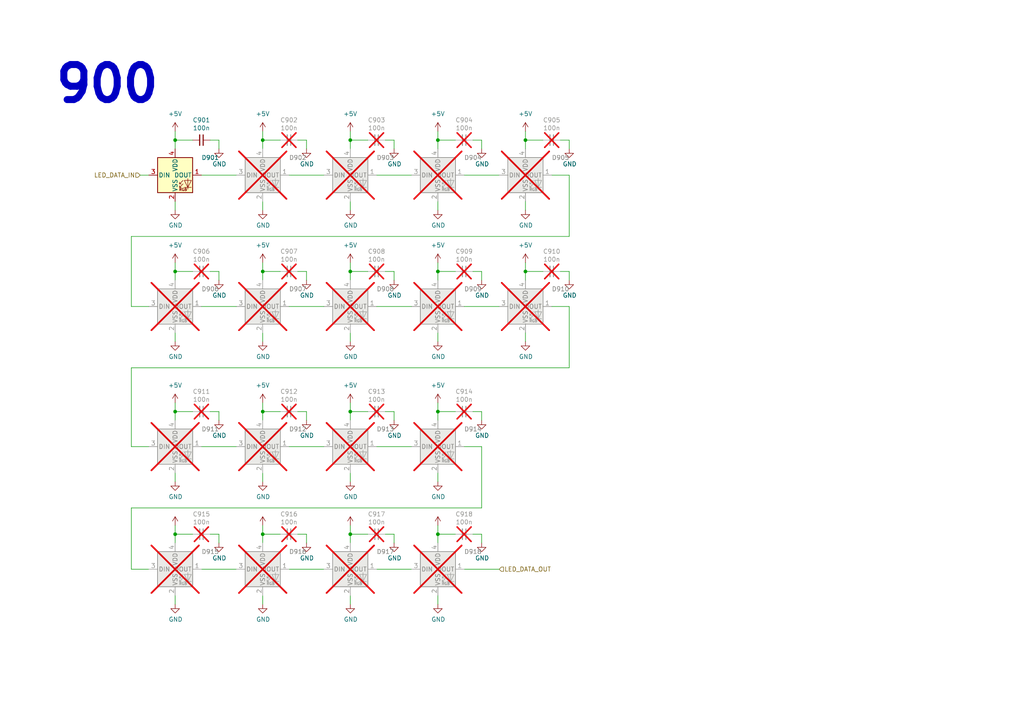
<source format=kicad_sch>
(kicad_sch (version 20250114) (generator "eeschema") (generator_version "9.0")
  (paper "A4")
  (lib_symbols
    (symbol "+5V_1" (power) (pin_names (offset 0))
      (property "Value" "+5V" (at 0 3.556 0))
      (symbol "+5V_1_1_1"
        (pin power_in line (at 0 0 90) (length 0) (hide yes) (name "+5V") (number "1"))
      )
    )
    (symbol "+5V_10" (power) (pin_names (offset 0))
      (property "Value" "+5V" (at 0 3.556 0))
      (symbol "+5V_10_1_1"
        (pin power_in line (at 0 0 90) (length 0) (hide yes) (name "+5V") (number "1"))
      )
    )
    (symbol "+5V_11" (power) (pin_names (offset 0))
      (property "Value" "+5V" (at 0 3.556 0))
      (symbol "+5V_11_1_1"
        (pin power_in line (at 0 0 90) (length 0) (hide yes) (name "+5V") (number "1"))
      )
    )
    (symbol "+5V_12" (power) (pin_names (offset 0))
      (property "Value" "+5V" (at 0 3.556 0))
      (symbol "+5V_12_1_1"
        (pin power_in line (at 0 0 90) (length 0) (hide yes) (name "+5V") (number "1"))
      )
    )
    (symbol "+5V_13" (power) (pin_names (offset 0))
      (property "Value" "+5V" (at 0 3.556 0))
      (symbol "+5V_13_1_1"
        (pin power_in line (at 0 0 90) (length 0) (hide yes) (name "+5V") (number "1"))
      )
    )
    (symbol "+5V_14" (power) (pin_names (offset 0))
      (property "Value" "+5V" (at 0 3.556 0))
      (symbol "+5V_14_1_1"
        (pin power_in line (at 0 0 90) (length 0) (hide yes) (name "+5V") (number "1"))
      )
    )
    (symbol "+5V_15" (power) (pin_names (offset 0))
      (property "Value" "+5V" (at 0 3.556 0))
      (symbol "+5V_15_1_1"
        (pin power_in line (at 0 0 90) (length 0) (hide yes) (name "+5V") (number "1"))
      )
    )
    (symbol "+5V_16" (power) (pin_names (offset 0))
      (property "Value" "+5V" (at 0 3.556 0))
      (symbol "+5V_16_1_1"
        (pin power_in line (at 0 0 90) (length 0) (hide yes) (name "+5V") (number "1"))
      )
    )
    (symbol "+5V_17" (power) (pin_names (offset 0))
      (property "Value" "+5V" (at 0 3.556 0))
      (symbol "+5V_17_1_1"
        (pin power_in line (at 0 0 90) (length 0) (hide yes) (name "+5V") (number "1"))
      )
    )
    (symbol "+5V_2" (power) (pin_names (offset 0))
      (property "Value" "+5V" (at 0 3.556 0))
      (symbol "+5V_2_1_1"
        (pin power_in line (at 0 0 90) (length 0) (hide yes) (name "+5V") (number "1"))
      )
    )
    (symbol "+5V_3" (power) (pin_names (offset 0))
      (property "Value" "+5V" (at 0 3.556 0))
      (symbol "+5V_3_1_1"
        (pin power_in line (at 0 0 90) (length 0) (hide yes) (name "+5V") (number "1"))
      )
    )
    (symbol "+5V_4" (power) (pin_names (offset 0))
      (property "Value" "+5V" (at 0 3.556 0))
      (symbol "+5V_4_1_1"
        (pin power_in line (at 0 0 90) (length 0) (hide yes) (name "+5V") (number "1"))
      )
    )
    (symbol "+5V_5" (power) (pin_names (offset 0))
      (property "Value" "+5V" (at 0 3.556 0))
      (symbol "+5V_5_1_1"
        (pin power_in line (at 0 0 90) (length 0) (hide yes) (name "+5V") (number "1"))
      )
    )
    (symbol "+5V_6" (power) (pin_names (offset 0))
      (property "Value" "+5V" (at 0 3.556 0))
      (symbol "+5V_6_1_1"
        (pin power_in line (at 0 0 90) (length 0) (hide yes) (name "+5V") (number "1"))
      )
    )
    (symbol "+5V_7" (power) (pin_names (offset 0))
      (property "Value" "+5V" (at 0 3.556 0))
      (symbol "+5V_7_1_1"
        (pin power_in line (at 0 0 90) (length 0) (hide yes) (name "+5V") (number "1"))
      )
    )
    (symbol "+5V_8" (power) (pin_names (offset 0))
      (property "Value" "+5V" (at 0 3.556 0))
      (symbol "+5V_8_1_1"
        (pin power_in line (at 0 0 90) (length 0) (hide yes) (name "+5V") (number "1"))
      )
    )
    (symbol "+5V_9" (power) (pin_names (offset 0))
      (property "Value" "+5V" (at 0 3.556 0))
      (symbol "+5V_9_1_1"
        (pin power_in line (at 0 0 90) (length 0) (hide yes) (name "+5V") (number "1"))
      )
    )
    (symbol "CAP_1" (pin_numbers (hide yes)) (pin_names (offset 0.254) (hide yes))
      (property "Reference" "C" (at 0.254 1.778 0))
      (symbol "CAP_1_1_1"
        (pin passive line (at 0 2.54 270) (length 2.032) (name "~") (number "1"))
        (pin passive line (at 0 -2.54 90) (length 2.032) (name "~") (number "2"))
      )
    )
    (symbol "CAP_10" (pin_numbers (hide yes)) (pin_names (offset 0.254) (hide yes))
      (property "Reference" "C" (at 0.254 1.778 0))
      (symbol "CAP_10_1_1"
        (pin passive line (at 0 2.54 270) (length 2.032) (name "~") (number "1"))
        (pin passive line (at 0 -2.54 90) (length 2.032) (name "~") (number "2"))
      )
    )
    (symbol "CAP_11" (pin_numbers (hide yes)) (pin_names (offset 0.254) (hide yes))
      (property "Reference" "C" (at 0.254 1.778 0))
      (symbol "CAP_11_1_1"
        (pin passive line (at 0 2.54 270) (length 2.032) (name "~") (number "1"))
        (pin passive line (at 0 -2.54 90) (length 2.032) (name "~") (number "2"))
      )
    )
    (symbol "CAP_12" (pin_numbers (hide yes)) (pin_names (offset 0.254) (hide yes))
      (property "Reference" "C" (at 0.254 1.778 0))
      (symbol "CAP_12_1_1"
        (pin passive line (at 0 2.54 270) (length 2.032) (name "~") (number "1"))
        (pin passive line (at 0 -2.54 90) (length 2.032) (name "~") (number "2"))
      )
    )
    (symbol "CAP_13" (pin_numbers (hide yes)) (pin_names (offset 0.254) (hide yes))
      (property "Reference" "C" (at 0.254 1.778 0))
      (symbol "CAP_13_1_1"
        (pin passive line (at 0 2.54 270) (length 2.032) (name "~") (number "1"))
        (pin passive line (at 0 -2.54 90) (length 2.032) (name "~") (number "2"))
      )
    )
    (symbol "CAP_14" (pin_numbers (hide yes)) (pin_names (offset 0.254) (hide yes))
      (property "Reference" "C" (at 0.254 1.778 0))
      (symbol "CAP_14_1_1"
        (pin passive line (at 0 2.54 270) (length 2.032) (name "~") (number "1"))
        (pin passive line (at 0 -2.54 90) (length 2.032) (name "~") (number "2"))
      )
    )
    (symbol "CAP_15" (pin_numbers (hide yes)) (pin_names (offset 0.254) (hide yes))
      (property "Reference" "C" (at 0.254 1.778 0))
      (symbol "CAP_15_1_1"
        (pin passive line (at 0 2.54 270) (length 2.032) (name "~") (number "1"))
        (pin passive line (at 0 -2.54 90) (length 2.032) (name "~") (number "2"))
      )
    )
    (symbol "CAP_16" (pin_numbers (hide yes)) (pin_names (offset 0.254) (hide yes))
      (property "Reference" "C" (at 0.254 1.778 0))
      (symbol "CAP_16_1_1"
        (pin passive line (at 0 2.54 270) (length 2.032) (name "~") (number "1"))
        (pin passive line (at 0 -2.54 90) (length 2.032) (name "~") (number "2"))
      )
    )
    (symbol "CAP_17" (pin_numbers (hide yes)) (pin_names (offset 0.254) (hide yes))
      (property "Reference" "C" (at 0.254 1.778 0))
      (symbol "CAP_17_1_1"
        (pin passive line (at 0 2.54 270) (length 2.032) (name "~") (number "1"))
        (pin passive line (at 0 -2.54 90) (length 2.032) (name "~") (number "2"))
      )
    )
    (symbol "CAP_2" (pin_numbers (hide yes)) (pin_names (offset 0.254) (hide yes))
      (property "Reference" "C" (at 0.254 1.778 0))
      (symbol "CAP_2_1_1"
        (pin passive line (at 0 2.54 270) (length 2.032) (name "~") (number "1"))
        (pin passive line (at 0 -2.54 90) (length 2.032) (name "~") (number "2"))
      )
    )
    (symbol "CAP_3" (pin_numbers (hide yes)) (pin_names (offset 0.254) (hide yes))
      (property "Reference" "C" (at 0.254 1.778 0))
      (symbol "CAP_3_1_1"
        (pin passive line (at 0 2.54 270) (length 2.032) (name "~") (number "1"))
        (pin passive line (at 0 -2.54 90) (length 2.032) (name "~") (number "2"))
      )
    )
    (symbol "CAP_4" (pin_numbers (hide yes)) (pin_names (offset 0.254) (hide yes))
      (property "Reference" "C" (at 0.254 1.778 0))
      (symbol "CAP_4_1_1"
        (pin passive line (at 0 2.54 270) (length 2.032) (name "~") (number "1"))
        (pin passive line (at 0 -2.54 90) (length 2.032) (name "~") (number "2"))
      )
    )
    (symbol "CAP_5" (pin_numbers (hide yes)) (pin_names (offset 0.254) (hide yes))
      (property "Reference" "C" (at 0.254 1.778 0))
      (symbol "CAP_5_1_1"
        (pin passive line (at 0 2.54 270) (length 2.032) (name "~") (number "1"))
        (pin passive line (at 0 -2.54 90) (length 2.032) (name "~") (number "2"))
      )
    )
    (symbol "CAP_6" (pin_numbers (hide yes)) (pin_names (offset 0.254) (hide yes))
      (property "Reference" "C" (at 0.254 1.778 0))
      (symbol "CAP_6_1_1"
        (pin passive line (at 0 2.54 270) (length 2.032) (name "~") (number "1"))
        (pin passive line (at 0 -2.54 90) (length 2.032) (name "~") (number "2"))
      )
    )
    (symbol "CAP_7" (pin_numbers (hide yes)) (pin_names (offset 0.254) (hide yes))
      (property "Reference" "C" (at 0.254 1.778 0))
      (symbol "CAP_7_1_1"
        (pin passive line (at 0 2.54 270) (length 2.032) (name "~") (number "1"))
        (pin passive line (at 0 -2.54 90) (length 2.032) (name "~") (number "2"))
      )
    )
    (symbol "CAP_8" (pin_numbers (hide yes)) (pin_names (offset 0.254) (hide yes))
      (property "Reference" "C" (at 0.254 1.778 0))
      (symbol "CAP_8_1_1"
        (pin passive line (at 0 2.54 270) (length 2.032) (name "~") (number "1"))
        (pin passive line (at 0 -2.54 90) (length 2.032) (name "~") (number "2"))
      )
    )
    (symbol "CAP_9" (pin_numbers (hide yes)) (pin_names (offset 0.254) (hide yes))
      (property "Reference" "C" (at 0.254 1.778 0))
      (symbol "CAP_9_1_1"
        (pin passive line (at 0 2.54 270) (length 2.032) (name "~") (number "1"))
        (pin passive line (at 0 -2.54 90) (length 2.032) (name "~") (number "2"))
      )
    )
    (symbol "GND_1" (power) (pin_names (offset 0))
      (property "Value" "GND" (at 0 -3.81 0))
      (symbol "GND_1_1_1"
        (pin power_in line (at 0 0 270) (length 0) (hide yes) (name "GND") (number "1"))
      )
    )
    (symbol "GND_10" (power) (pin_names (offset 0))
      (property "Value" "GND" (at 0 -3.81 0))
      (symbol "GND_10_1_1"
        (pin power_in line (at 0 0 270) (length 0) (hide yes) (name "GND") (number "1"))
      )
    )
    (symbol "GND_11" (power) (pin_names (offset 0))
      (property "Value" "GND" (at 0 -3.81 0))
      (symbol "GND_11_1_1"
        (pin power_in line (at 0 0 270) (length 0) (hide yes) (name "GND") (number "1"))
      )
    )
    (symbol "GND_12" (power) (pin_names (offset 0))
      (property "Value" "GND" (at 0 -3.81 0))
      (symbol "GND_12_1_1"
        (pin power_in line (at 0 0 270) (length 0) (hide yes) (name "GND") (number "1"))
      )
    )
    (symbol "GND_13" (power) (pin_names (offset 0))
      (property "Value" "GND" (at 0 -3.81 0))
      (symbol "GND_13_1_1"
        (pin power_in line (at 0 0 270) (length 0) (hide yes) (name "GND") (number "1"))
      )
    )
    (symbol "GND_14" (power) (pin_names (offset 0))
      (property "Value" "GND" (at 0 -3.81 0))
      (symbol "GND_14_1_1"
        (pin power_in line (at 0 0 270) (length 0) (hide yes) (name "GND") (number "1"))
      )
    )
    (symbol "GND_15" (power) (pin_names (offset 0))
      (property "Value" "GND" (at 0 -3.81 0))
      (symbol "GND_15_1_1"
        (pin power_in line (at 0 0 270) (length 0) (hide yes) (name "GND") (number "1"))
      )
    )
    (symbol "GND_16" (power) (pin_names (offset 0))
      (property "Value" "GND" (at 0 -3.81 0))
      (symbol "GND_16_1_1"
        (pin power_in line (at 0 0 270) (length 0) (hide yes) (name "GND") (number "1"))
      )
    )
    (symbol "GND_17" (power) (pin_names (offset 0))
      (property "Value" "GND" (at 0 -3.81 0))
      (symbol "GND_17_1_1"
        (pin power_in line (at 0 0 270) (length 0) (hide yes) (name "GND") (number "1"))
      )
    )
    (symbol "GND_18" (power) (pin_names (offset 0))
      (property "Value" "GND" (at 0 -3.81 0))
      (symbol "GND_18_1_1"
        (pin power_in line (at 0 0 270) (length 0) (hide yes) (name "GND") (number "1"))
      )
    )
    (symbol "GND_19" (power) (pin_names (offset 0))
      (property "Value" "GND" (at 0 -3.81 0))
      (symbol "GND_19_1_1"
        (pin power_in line (at 0 0 270) (length 0) (hide yes) (name "GND") (number "1"))
      )
    )
    (symbol "GND_2" (power) (pin_names (offset 0))
      (property "Value" "GND" (at 0 -3.81 0))
      (symbol "GND_2_1_1"
        (pin power_in line (at 0 0 270) (length 0) (hide yes) (name "GND") (number "1"))
      )
    )
    (symbol "GND_20" (power) (pin_names (offset 0))
      (property "Value" "GND" (at 0 -3.81 0))
      (symbol "GND_20_1_1"
        (pin power_in line (at 0 0 270) (length 0) (hide yes) (name "GND") (number "1"))
      )
    )
    (symbol "GND_21" (power) (pin_names (offset 0))
      (property "Value" "GND" (at 0 -3.81 0))
      (symbol "GND_21_1_1"
        (pin power_in line (at 0 0 270) (length 0) (hide yes) (name "GND") (number "1"))
      )
    )
    (symbol "GND_22" (power) (pin_names (offset 0))
      (property "Value" "GND" (at 0 -3.81 0))
      (symbol "GND_22_1_1"
        (pin power_in line (at 0 0 270) (length 0) (hide yes) (name "GND") (number "1"))
      )
    )
    (symbol "GND_23" (power) (pin_names (offset 0))
      (property "Value" "GND" (at 0 -3.81 0))
      (symbol "GND_23_1_1"
        (pin power_in line (at 0 0 270) (length 0) (hide yes) (name "GND") (number "1"))
      )
    )
    (symbol "GND_24" (power) (pin_names (offset 0))
      (property "Value" "GND" (at 0 -3.81 0))
      (symbol "GND_24_1_1"
        (pin power_in line (at 0 0 270) (length 0) (hide yes) (name "GND") (number "1"))
      )
    )
    (symbol "GND_25" (power) (pin_names (offset 0))
      (property "Value" "GND" (at 0 -3.81 0))
      (symbol "GND_25_1_1"
        (pin power_in line (at 0 0 270) (length 0) (hide yes) (name "GND") (number "1"))
      )
    )
    (symbol "GND_26" (power) (pin_names (offset 0))
      (property "Value" "GND" (at 0 -3.81 0))
      (symbol "GND_26_1_1"
        (pin power_in line (at 0 0 270) (length 0) (hide yes) (name "GND") (number "1"))
      )
    )
    (symbol "GND_27" (power) (pin_names (offset 0))
      (property "Value" "GND" (at 0 -3.81 0))
      (symbol "GND_27_1_1"
        (pin power_in line (at 0 0 270) (length 0) (hide yes) (name "GND") (number "1"))
      )
    )
    (symbol "GND_28" (power) (pin_names (offset 0))
      (property "Value" "GND" (at 0 -3.81 0))
      (symbol "GND_28_1_1"
        (pin power_in line (at 0 0 270) (length 0) (hide yes) (name "GND") (number "1"))
      )
    )
    (symbol "GND_29" (power) (pin_names (offset 0))
      (property "Value" "GND" (at 0 -3.81 0))
      (symbol "GND_29_1_1"
        (pin power_in line (at 0 0 270) (length 0) (hide yes) (name "GND") (number "1"))
      )
    )
    (symbol "GND_3" (power) (pin_names (offset 0))
      (property "Value" "GND" (at 0 -3.81 0))
      (symbol "GND_3_1_1"
        (pin power_in line (at 0 0 270) (length 0) (hide yes) (name "GND") (number "1"))
      )
    )
    (symbol "GND_30" (power) (pin_names (offset 0))
      (property "Value" "GND" (at 0 -3.81 0))
      (symbol "GND_30_1_1"
        (pin power_in line (at 0 0 270) (length 0) (hide yes) (name "GND") (number "1"))
      )
    )
    (symbol "GND_31" (power) (pin_names (offset 0))
      (property "Value" "GND" (at 0 -3.81 0))
      (symbol "GND_31_1_1"
        (pin power_in line (at 0 0 270) (length 0) (hide yes) (name "GND") (number "1"))
      )
    )
    (symbol "GND_32" (power) (pin_names (offset 0))
      (property "Value" "GND" (at 0 -3.81 0))
      (symbol "GND_32_1_1"
        (pin power_in line (at 0 0 270) (length 0) (hide yes) (name "GND") (number "1"))
      )
    )
    (symbol "GND_33" (power) (pin_names (offset 0))
      (property "Value" "GND" (at 0 -3.81 0))
      (symbol "GND_33_1_1"
        (pin power_in line (at 0 0 270) (length 0) (hide yes) (name "GND") (number "1"))
      )
    )
    (symbol "GND_34" (power) (pin_names (offset 0))
      (property "Value" "GND" (at 0 -3.81 0))
      (symbol "GND_34_1_1"
        (pin power_in line (at 0 0 270) (length 0) (hide yes) (name "GND") (number "1"))
      )
    )
    (symbol "GND_35" (power) (pin_names (offset 0))
      (property "Value" "GND" (at 0 -3.81 0))
      (symbol "GND_35_1_1"
        (pin power_in line (at 0 0 270) (length 0) (hide yes) (name "GND") (number "1"))
      )
    )
    (symbol "GND_4" (power) (pin_names (offset 0))
      (property "Value" "GND" (at 0 -3.81 0))
      (symbol "GND_4_1_1"
        (pin power_in line (at 0 0 270) (length 0) (hide yes) (name "GND") (number "1"))
      )
    )
    (symbol "GND_5" (power) (pin_names (offset 0))
      (property "Value" "GND" (at 0 -3.81 0))
      (symbol "GND_5_1_1"
        (pin power_in line (at 0 0 270) (length 0) (hide yes) (name "GND") (number "1"))
      )
    )
    (symbol "GND_6" (power) (pin_names (offset 0))
      (property "Value" "GND" (at 0 -3.81 0))
      (symbol "GND_6_1_1"
        (pin power_in line (at 0 0 270) (length 0) (hide yes) (name "GND") (number "1"))
      )
    )
    (symbol "GND_7" (power) (pin_names (offset 0))
      (property "Value" "GND" (at 0 -3.81 0))
      (symbol "GND_7_1_1"
        (pin power_in line (at 0 0 270) (length 0) (hide yes) (name "GND") (number "1"))
      )
    )
    (symbol "GND_8" (power) (pin_names (offset 0))
      (property "Value" "GND" (at 0 -3.81 0))
      (symbol "GND_8_1_1"
        (pin power_in line (at 0 0 270) (length 0) (hide yes) (name "GND") (number "1"))
      )
    )
    (symbol "GND_9" (power) (pin_names (offset 0))
      (property "Value" "GND" (at 0 -3.81 0))
      (symbol "GND_9_1_1"
        (pin power_in line (at 0 0 270) (length 0) (hide yes) (name "GND") (number "1"))
      )
    )
    (symbol "power:+5V" (power) (pin_names (offset 0))
      (property "Value" "+5V" (at 0 3.556 0))
      (symbol "+5V_1_1"
        (pin power_in line (at 0 0 90) (length 0) (hide yes) (name "+5V") (number "1"))
      )
    )
    (symbol "power:GND" (power) (pin_names (offset 0))
      (property "Value" "GND" (at 0 -3.81 0))
      (symbol "GND_1_1"
        (pin power_in line (at 0 0 270) (length 0) (hide yes) (name "GND") (number "1"))
      )
    )
    (symbol "suku_basics:CAP" (pin_numbers (hide yes)) (pin_names (offset 0.254) (hide yes))
      (property "Reference" "C" (at 0.254 1.778 0))
      (symbol "CAP_1_1"
        (pin passive line (at 0 2.54 270) (length 2.032) (name "~") (number "1"))
        (pin passive line (at 0 -2.54 90) (length 2.032) (name "~") (number "2"))
      )
    )
    (symbol "suku_basics:UI_WS2812C-2020" (pin_names (offset 0.254))
      (property "Reference" "D" (at 5.08 5.715 0))
      (property "Value" "UI_WS2812C-2020" (at 1.27 -5.715 0))
      (symbol "UI_WS2812C-2020_0_0"
        (text "RGB" (at 2.286 -4.191 0) (effects (font (size 0.762 0.762))))
      )
      (symbol "UI_WS2812C-2020_1_1"
        (pin input line (at -7.62 0 0) (length 2.54) (name "DIN") (number "3"))
        (pin power_in line (at 0 7.62 270) (length 2.54) (name "VDD") (number "4"))
        (pin power_in line (at 0 -7.62 90) (length 2.54) (name "VSS") (number "2"))
        (pin output line (at 7.62 0 180) (length 2.54) (name "DOUT") (number "1"))
      )
    )
  )
  (text "900" (at 15.24 30.48 0) (effects (font (size 10.16 10.16) (thickness 2.032) (bold yes)) (justify left bottom)))
  (junction (at 101.6 154.94))
  (junction (at 76.2 154.94))
  (junction (at 50.8 119.38))
  (junction (at 101.6 40.64))
  (junction (at 76.2 78.74))
  (junction (at 101.6 78.74))
  (junction (at 101.6 119.38))
  (junction (at 127 154.94))
  (junction (at 127 78.74))
  (junction (at 127 119.38))
  (junction (at 50.8 40.64))
  (junction (at 152.4 40.64))
  (junction (at 127 40.64))
  (junction (at 152.4 78.74))
  (junction (at 50.8 78.74))
  (junction (at 76.2 40.64))
  (junction (at 76.2 119.38))
  (junction (at 50.8 154.94))
  (wire (pts (xy 139.7 147.32) (xy 38.1 147.32)))
  (wire (pts (xy 88.9 40.64) (xy 86.36 40.64)))
  (wire (pts (xy 127 60.96) (xy 127 58.42)))
  (wire (pts (xy 127 81.28) (xy 127 78.74)))
  (wire (pts (xy 139.7 129.54) (xy 139.7 147.32)))
  (wire (pts (xy 114.3 78.74) (xy 111.76 78.74)))
  (wire (pts (xy 63.5 78.74) (xy 60.96 78.74)))
  (wire (pts (xy 63.5 81.28) (xy 63.5 78.74)))
  (wire (pts (xy 76.2 157.48) (xy 76.2 154.94)))
  (wire (pts (xy 38.1 129.54) (xy 43.18 129.54)))
  (wire (pts (xy 114.3 157.48) (xy 114.3 154.94)))
  (wire (pts (xy 127 121.92) (xy 127 119.38)))
  (wire (pts (xy 88.9 43.18) (xy 88.9 40.64)))
  (wire (pts (xy 88.9 154.94) (xy 86.36 154.94)))
  (wire (pts (xy 127 139.7) (xy 127 137.16)))
  (wire (pts (xy 165.1 81.28) (xy 165.1 78.74)))
  (wire (pts (xy 88.9 119.38) (xy 86.36 119.38)))
  (wire (pts (xy 38.1 68.58) (xy 38.1 88.9)))
  (wire (pts (xy 58.42 129.54) (xy 68.58 129.54)))
  (wire (pts (xy 81.28 154.94) (xy 76.2 154.94)))
  (wire (pts (xy 63.5 119.38) (xy 60.96 119.38)))
  (wire (pts (xy 38.1 165.1) (xy 43.18 165.1)))
  (wire (pts (xy 132.08 40.64) (xy 127 40.64)))
  (wire (pts (xy 38.1 106.68) (xy 38.1 129.54)))
  (wire (pts (xy 114.3 119.38) (xy 111.76 119.38)))
  (wire (pts (xy 165.1 40.64) (xy 162.56 40.64)))
  (wire (pts (xy 38.1 147.32) (xy 38.1 165.1)))
  (wire (pts (xy 114.3 154.94) (xy 111.76 154.94)))
  (wire (pts (xy 165.1 78.74) (xy 162.56 78.74)))
  (wire (pts (xy 127 78.74) (xy 127 76.2)))
  (wire (pts (xy 58.42 165.1) (xy 68.58 165.1)))
  (wire (pts (xy 50.8 40.64) (xy 50.8 38.1)))
  (wire (pts (xy 101.6 40.64) (xy 101.6 38.1)))
  (wire (pts (xy 101.6 175.26) (xy 101.6 172.72)))
  (wire (pts (xy 76.2 76.2) (xy 76.2 78.74)))
  (wire (pts (xy 88.9 121.92) (xy 88.9 119.38)))
  (wire (pts (xy 152.4 99.06) (xy 152.4 96.52)))
  (wire (pts (xy 109.22 129.54) (xy 119.38 129.54)))
  (wire (pts (xy 132.08 154.94) (xy 127 154.94)))
  (wire (pts (xy 50.8 81.28) (xy 50.8 78.74)))
  (wire (pts (xy 134.62 50.8) (xy 144.78 50.8)))
  (wire (pts (xy 83.82 165.1) (xy 93.98 165.1)))
  (wire (pts (xy 50.8 40.64) (xy 55.88 40.64)))
  (wire (pts (xy 101.6 139.7) (xy 101.6 137.16)))
  (wire (pts (xy 63.5 154.94) (xy 60.96 154.94)))
  (wire (pts (xy 50.8 157.48) (xy 50.8 154.94)))
  (wire (pts (xy 134.62 165.1) (xy 144.78 165.1)))
  (wire (pts (xy 127 43.18) (xy 127 40.64)))
  (wire (pts (xy 50.8 175.26) (xy 50.8 172.72)))
  (wire (pts (xy 76.2 121.92) (xy 76.2 119.38)))
  (wire (pts (xy 132.08 78.74) (xy 127 78.74)))
  (wire (pts (xy 38.1 88.9) (xy 43.18 88.9)))
  (wire (pts (xy 152.4 60.96) (xy 152.4 58.42)))
  (wire (pts (xy 88.9 157.48) (xy 88.9 154.94)))
  (wire (pts (xy 81.28 119.38) (xy 76.2 119.38)))
  (wire (pts (xy 76.2 99.06) (xy 76.2 96.52)))
  (wire (pts (xy 101.6 121.92) (xy 101.6 119.38)))
  (wire (pts (xy 101.6 99.06) (xy 101.6 96.52)))
  (wire (pts (xy 106.68 119.38) (xy 101.6 119.38)))
  (wire (pts (xy 101.6 60.96) (xy 101.6 58.42)))
  (wire (pts (xy 139.7 40.64) (xy 137.16 40.64)))
  (wire (pts (xy 50.8 154.94) (xy 50.8 152.4)))
  (wire (pts (xy 127 175.26) (xy 127 172.72)))
  (wire (pts (xy 83.82 129.54) (xy 93.98 129.54)))
  (wire (pts (xy 76.2 154.94) (xy 76.2 152.4)))
  (wire (pts (xy 50.8 119.38) (xy 50.8 116.84)))
  (wire (pts (xy 139.7 119.38) (xy 137.16 119.38)))
  (wire (pts (xy 50.8 119.38) (xy 55.88 119.38)))
  (wire (pts (xy 58.42 88.9) (xy 68.58 88.9)))
  (wire (pts (xy 40.64 50.8) (xy 43.18 50.8)))
  (wire (pts (xy 134.62 129.54) (xy 139.7 129.54)))
  (wire (pts (xy 76.2 60.96) (xy 76.2 58.42)))
  (wire (pts (xy 152.4 81.28) (xy 152.4 78.74)))
  (wire (pts (xy 81.28 78.74) (xy 76.2 78.74)))
  (wire (pts (xy 165.1 68.58) (xy 165.1 50.8)))
  (wire (pts (xy 50.8 60.96) (xy 50.8 58.42)))
  (wire (pts (xy 152.4 40.64) (xy 152.4 38.1)))
  (wire (pts (xy 160.02 88.9) (xy 165.1 88.9)))
  (wire (pts (xy 76.2 139.7) (xy 76.2 137.16)))
  (wire (pts (xy 50.8 78.74) (xy 55.88 78.74)))
  (wire (pts (xy 81.28 40.64) (xy 76.2 40.64)))
  (wire (pts (xy 106.68 78.74) (xy 101.6 78.74)))
  (wire (pts (xy 134.62 88.9) (xy 144.78 88.9)))
  (wire (pts (xy 114.3 81.28) (xy 114.3 78.74)))
  (wire (pts (xy 114.3 43.18) (xy 114.3 40.64)))
  (wire (pts (xy 101.6 119.38) (xy 101.6 116.84)))
  (wire (pts (xy 127 40.64) (xy 127 38.1)))
  (wire (pts (xy 83.82 88.9) (xy 93.98 88.9)))
  (wire (pts (xy 101.6 81.28) (xy 101.6 78.74)))
  (wire (pts (xy 152.4 78.74) (xy 152.4 76.2)))
  (wire (pts (xy 160.02 50.8) (xy 165.1 50.8)))
  (wire (pts (xy 157.48 40.64) (xy 152.4 40.64)))
  (wire (pts (xy 88.9 81.28) (xy 88.9 78.74)))
  (wire (pts (xy 63.5 157.48) (xy 63.5 154.94)))
  (wire (pts (xy 76.2 43.18) (xy 76.2 40.64)))
  (wire (pts (xy 127 99.06) (xy 127 96.52)))
  (wire (pts (xy 50.8 139.7) (xy 50.8 137.16)))
  (wire (pts (xy 127 119.38) (xy 127 116.84)))
  (wire (pts (xy 139.7 121.92) (xy 139.7 119.38)))
  (wire (pts (xy 76.2 116.84) (xy 76.2 119.38)))
  (wire (pts (xy 38.1 68.58) (xy 165.1 68.58)))
  (wire (pts (xy 139.7 154.94) (xy 137.16 154.94)))
  (wire (pts (xy 152.4 43.18) (xy 152.4 40.64)))
  (wire (pts (xy 139.7 157.48) (xy 139.7 154.94)))
  (wire (pts (xy 101.6 78.74) (xy 101.6 76.2)))
  (wire (pts (xy 58.42 50.8) (xy 68.58 50.8)))
  (wire (pts (xy 127 154.94) (xy 127 152.4)))
  (wire (pts (xy 50.8 43.18) (xy 50.8 40.64)))
  (wire (pts (xy 50.8 121.92) (xy 50.8 119.38)))
  (wire (pts (xy 101.6 154.94) (xy 101.6 152.4)))
  (wire (pts (xy 109.22 50.8) (xy 119.38 50.8)))
  (wire (pts (xy 165.1 106.68) (xy 165.1 88.9)))
  (wire (pts (xy 114.3 121.92) (xy 114.3 119.38)))
  (wire (pts (xy 139.7 78.74) (xy 137.16 78.74)))
  (wire (pts (xy 83.82 50.8) (xy 93.98 50.8)))
  (wire (pts (xy 63.5 40.64) (xy 60.96 40.64)))
  (wire (pts (xy 157.48 78.74) (xy 152.4 78.74)))
  (wire (pts (xy 38.1 106.68) (xy 165.1 106.68)))
  (wire (pts (xy 63.5 121.92) (xy 63.5 119.38)))
  (wire (pts (xy 106.68 40.64) (xy 101.6 40.64)))
  (wire (pts (xy 63.5 43.18) (xy 63.5 40.64)))
  (wire (pts (xy 76.2 175.26) (xy 76.2 172.72)))
  (wire (pts (xy 139.7 43.18) (xy 139.7 40.64)))
  (wire (pts (xy 114.3 40.64) (xy 111.76 40.64)))
  (wire (pts (xy 132.08 119.38) (xy 127 119.38)))
  (wire (pts (xy 76.2 81.28) (xy 76.2 78.74)))
  (wire (pts (xy 109.22 165.1) (xy 119.38 165.1)))
  (wire (pts (xy 50.8 78.74) (xy 50.8 76.2)))
  (wire (pts (xy 101.6 43.18) (xy 101.6 40.64)))
  (wire (pts (xy 106.68 154.94) (xy 101.6 154.94)))
  (wire (pts (xy 109.22 88.9) (xy 119.38 88.9)))
  (wire (pts (xy 50.8 99.06) (xy 50.8 96.52)))
  (wire (pts (xy 101.6 157.48) (xy 101.6 154.94)))
  (wire (pts (xy 139.7 81.28) (xy 139.7 78.74)))
  (wire (pts (xy 88.9 78.74) (xy 86.36 78.74)))
  (wire (pts (xy 165.1 43.18) (xy 165.1 40.64)))
  (wire (pts (xy 76.2 40.64) (xy 76.2 38.1)))
  (wire (pts (xy 50.8 154.94) (xy 55.88 154.94)))
  (wire (pts (xy 127 157.48) (xy 127 154.94)))
  (hierarchical_label "LED_DATA_IN" (shape input) (at 40.64 50.8 180))
  (hierarchical_label "LED_DATA_OUT" (shape input) (at 144.78 165.1 0))
  (symbol (lib_id "suku_basics:UI_WS2812C-2020") (at 50.8 88.9 0) (unit 1) (in_bom no) (on_board no) (dnp yes)
    (property "Reference" "D906" (at 58.42 83.82 0) (effects (justify left)))
    (property "Value" "WS2812C-2020" (effects (hide yes)))
    (property "Footprint" "suku_basics:UI_WS2812C-2020" (effects (hide yes)))
  )
  (symbol (lib_id "power:GND") (at 50.8 99.06 0) (unit 1)
    (property "Reference" "#PWR0926" (effects (hide yes)))
    (property "Value" "GND" (at 50.927 103.4542 0))
  )
  (symbol (lib_id "suku_basics:UI_WS2812C-2020") (at 76.2 88.9 0) (unit 1) (in_bom no) (on_board no) (dnp yes)
    (property "Reference" "D907" (at 83.82 83.82 0) (effects (justify left)))
    (property "Value" "WS2812C-2020" (effects (hide yes)))
    (property "Footprint" "suku_basics:UI_WS2812C-2020" (effects (hide yes)))
  )
  (symbol (lib_name "GND_33") (lib_id "power:GND") (at 76.2 99.06 0) (unit 1)
    (property "Reference" "#PWR0927" (effects (hide yes)))
    (property "Value" "GND" (at 76.327 103.4542 0))
  )
  (symbol (lib_id "suku_basics:UI_WS2812C-2020") (at 101.6 88.9 0) (unit 1) (in_bom no) (on_board no) (dnp yes)
    (property "Reference" "D908" (at 109.22 83.82 0) (effects (justify left)))
    (property "Value" "WS2812C-2020" (effects (hide yes)))
    (property "Footprint" "suku_basics:UI_WS2812C-2020" (effects (hide yes)))
  )
  (symbol (lib_name "GND_35") (lib_id "power:GND") (at 101.6 99.06 0) (unit 1)
    (property "Reference" "#PWR0928" (effects (hide yes)))
    (property "Value" "GND" (at 101.727 103.4542 0))
  )
  (symbol (lib_id "suku_basics:UI_WS2812C-2020") (at 127 88.9 0) (unit 1) (in_bom no) (on_board no) (dnp yes)
    (property "Reference" "D909" (at 134.62 83.82 0) (effects (justify left)))
    (property "Value" "WS2812C-2020" (effects (hide yes)))
    (property "Footprint" "suku_basics:UI_WS2812C-2020" (effects (hide yes)))
  )
  (symbol (lib_name "GND_34") (lib_id "power:GND") (at 127 99.06 0) (unit 1)
    (property "Reference" "#PWR0929" (effects (hide yes)))
    (property "Value" "GND" (at 127.127 103.4542 0))
  )
  (symbol (lib_id "suku_basics:CAP") (at 58.42 78.74 270) (unit 1) (in_bom no) (on_board no) (dnp yes)
    (property "Reference" "C906" (at 58.42 72.9234 90))
    (property "Value" "100n" (at 58.42 75.2348 90))
    (property "Footprint" "suku_basics:CAP_0402" (effects (hide yes)))
  )
  (symbol (lib_name "GND_31") (lib_id "power:GND") (at 63.5 81.28 0) (unit 1)
    (property "Reference" "#PWR0921" (effects (hide yes)))
    (property "Value" "GND" (at 63.627 85.6742 0))
  )
  (symbol (lib_name "CAP_16") (lib_id "suku_basics:CAP") (at 83.82 78.74 270) (unit 1) (in_bom no) (on_board no) (dnp yes)
    (property "Reference" "C907" (at 83.82 72.9234 90))
    (property "Value" "100n" (at 83.82 75.2348 90))
    (property "Footprint" "suku_basics:CAP_0402" (effects (hide yes)))
  )
  (symbol (lib_name "GND_32") (lib_id "power:GND") (at 88.9 81.28 0) (unit 1)
    (property "Reference" "#PWR0922" (effects (hide yes)))
    (property "Value" "GND" (at 89.027 85.6742 0))
  )
  (symbol (lib_name "CAP_17") (lib_id "suku_basics:CAP") (at 109.22 78.74 270) (unit 1) (in_bom no) (on_board no) (dnp yes)
    (property "Reference" "C908" (at 109.22 72.9234 90))
    (property "Value" "100n" (at 109.22 75.2348 90))
    (property "Footprint" "suku_basics:CAP_0402" (effects (hide yes)))
  )
  (symbol (lib_name "GND_30") (lib_id "power:GND") (at 114.3 81.28 0) (unit 1)
    (property "Reference" "#PWR0923" (effects (hide yes)))
    (property "Value" "GND" (at 114.427 85.6742 0))
  )
  (symbol (lib_name "CAP_15") (lib_id "suku_basics:CAP") (at 134.62 78.74 270) (unit 1) (in_bom no) (on_board no) (dnp yes)
    (property "Reference" "C909" (at 134.62 72.9234 90))
    (property "Value" "100n" (at 134.62 75.2348 90))
    (property "Footprint" "suku_basics:CAP_0402" (effects (hide yes)))
  )
  (symbol (lib_name "GND_29") (lib_id "power:GND") (at 139.7 81.28 0) (unit 1)
    (property "Reference" "#PWR0924" (effects (hide yes)))
    (property "Value" "GND" (at 139.827 85.6742 0))
  )
  (symbol (lib_id "suku_basics:UI_WS2812C-2020") (at 50.8 165.1 0) (unit 1) (in_bom no) (on_board no) (dnp yes)
    (property "Reference" "D915" (at 58.42 160.02 0) (effects (justify left)))
    (property "Value" "WS2812C-2020" (effects (hide yes)))
    (property "Footprint" "suku_basics:UI_WS2812C-2020" (effects (hide yes)))
  )
  (symbol (lib_name "GND_28") (lib_id "power:GND") (at 50.8 175.26 0) (unit 1)
    (property "Reference" "#PWR0951" (effects (hide yes)))
    (property "Value" "GND" (at 50.927 179.6542 0))
  )
  (symbol (lib_id "suku_basics:UI_WS2812C-2020") (at 76.2 165.1 0) (unit 1) (in_bom no) (on_board no) (dnp yes)
    (property "Reference" "D916" (at 83.82 160.02 0) (effects (justify left)))
    (property "Value" "WS2812C-2020" (effects (hide yes)))
    (property "Footprint" "suku_basics:UI_WS2812C-2020" (effects (hide yes)))
  )
  (symbol (lib_name "GND_26") (lib_id "power:GND") (at 76.2 175.26 0) (unit 1)
    (property "Reference" "#PWR0952" (effects (hide yes)))
    (property "Value" "GND" (at 76.327 179.6542 0))
  )
  (symbol (lib_id "suku_basics:UI_WS2812C-2020") (at 101.6 165.1 0) (unit 1) (in_bom no) (on_board no) (dnp yes)
    (property "Reference" "D917" (at 109.22 160.02 0) (effects (justify left)))
    (property "Value" "WS2812C-2020" (effects (hide yes)))
    (property "Footprint" "suku_basics:UI_WS2812C-2020" (effects (hide yes)))
  )
  (symbol (lib_name "GND_25") (lib_id "power:GND") (at 101.6 175.26 0) (unit 1)
    (property "Reference" "#PWR0953" (effects (hide yes)))
    (property "Value" "GND" (at 101.727 179.6542 0))
  )
  (symbol (lib_id "suku_basics:UI_WS2812C-2020") (at 127 165.1 0) (unit 1) (in_bom no) (on_board no) (dnp yes)
    (property "Reference" "D918" (at 134.62 160.02 0) (effects (justify left)))
    (property "Value" "WS2812C-2020" (effects (hide yes)))
    (property "Footprint" "suku_basics:UI_WS2812C-2020" (effects (hide yes)))
  )
  (symbol (lib_name "GND_27") (lib_id "power:GND") (at 127 175.26 0) (unit 1)
    (property "Reference" "#PWR0954" (effects (hide yes)))
    (property "Value" "GND" (at 127.127 179.6542 0))
  )
  (symbol (lib_name "CAP_14") (lib_id "suku_basics:CAP") (at 58.42 154.94 270) (unit 1) (in_bom no) (on_board no) (dnp yes)
    (property "Reference" "C915" (at 58.42 149.1234 90))
    (property "Value" "100n" (at 58.42 151.4348 90))
    (property "Footprint" "suku_basics:CAP_0402" (effects (hide yes)))
  )
  (symbol (lib_name "GND_24") (lib_id "power:GND") (at 63.5 157.48 0) (unit 1)
    (property "Reference" "#PWR0947" (effects (hide yes)))
    (property "Value" "GND" (at 63.627 161.8742 0))
  )
  (symbol (lib_name "CAP_13") (lib_id "suku_basics:CAP") (at 83.82 154.94 270) (unit 1) (in_bom no) (on_board no) (dnp yes)
    (property "Reference" "C916" (at 83.82 149.1234 90))
    (property "Value" "100n" (at 83.82 151.4348 90))
    (property "Footprint" "suku_basics:CAP_0402" (effects (hide yes)))
  )
  (symbol (lib_name "GND_22") (lib_id "power:GND") (at 88.9 157.48 0) (unit 1)
    (property "Reference" "#PWR0948" (effects (hide yes)))
    (property "Value" "GND" (at 89.027 161.8742 0))
  )
  (symbol (lib_name "CAP_11") (lib_id "suku_basics:CAP") (at 109.22 154.94 270) (unit 1) (in_bom no) (on_board no) (dnp yes)
    (property "Reference" "C917" (at 109.22 149.1234 90))
    (property "Value" "100n" (at 109.22 151.4348 90))
    (property "Footprint" "suku_basics:CAP_0402" (effects (hide yes)))
  )
  (symbol (lib_name "GND_23") (lib_id "power:GND") (at 114.3 157.48 0) (unit 1)
    (property "Reference" "#PWR0949" (effects (hide yes)))
    (property "Value" "GND" (at 114.427 161.8742 0))
  )
  (symbol (lib_name "CAP_12") (lib_id "suku_basics:CAP") (at 134.62 154.94 270) (unit 1) (in_bom no) (on_board no) (dnp yes)
    (property "Reference" "C918" (at 134.62 149.1234 90))
    (property "Value" "100n" (at 134.62 151.4348 90))
    (property "Footprint" "suku_basics:CAP_0402" (effects (hide yes)))
  )
  (symbol (lib_name "GND_21") (lib_id "power:GND") (at 139.7 157.48 0) (unit 1)
    (property "Reference" "#PWR0950" (effects (hide yes)))
    (property "Value" "GND" (at 139.827 161.8742 0))
  )
  (symbol (lib_id "suku_basics:UI_WS2812C-2020") (at 76.2 129.54 0) (unit 1) (in_bom no) (on_board no) (dnp yes)
    (property "Reference" "D912" (at 83.82 124.46 0) (effects (justify left)))
    (property "Value" "WS2812C-2020" (effects (hide yes)))
    (property "Footprint" "suku_basics:UI_WS2812C-2020" (effects (hide yes)))
  )
  (symbol (lib_id "suku_basics:UI_WS2812C-2020") (at 152.4 88.9 0) (unit 1) (in_bom no) (on_board no) (dnp yes)
    (property "Reference" "D910" (at 160.02 83.82 0) (effects (justify left)))
    (property "Value" "WS2812C-2020" (effects (hide yes)))
    (property "Footprint" "suku_basics:UI_WS2812C-2020" (effects (hide yes)))
  )
  (symbol (lib_id "power:+5V") (at 127 38.1 0) (unit 1)
    (property "Reference" "#PWR0904" (effects (hide yes)))
    (property "Value" "+5V" (at 127 33.02 0))
  )
  (symbol (lib_name "GND_20") (lib_id "power:GND") (at 152.4 60.96 0) (unit 1)
    (property "Reference" "#PWR0915" (effects (hide yes)))
    (property "Value" "GND" (at 152.527 65.3542 0))
  )
  (symbol (lib_name "GND_19") (lib_id "power:GND") (at 76.2 60.96 0) (unit 1)
    (property "Reference" "#PWR0912" (effects (hide yes)))
    (property "Value" "GND" (at 76.327 65.3542 0))
  )
  (symbol (lib_name "GND_18") (lib_id "power:GND") (at 139.7 43.18 0) (unit 1)
    (property "Reference" "#PWR0909" (effects (hide yes)))
    (property "Value" "GND" (at 139.827 47.5742 0))
  )
  (symbol (lib_name "GND_17") (lib_id "power:GND") (at 50.8 60.96 0) (unit 1)
    (property "Reference" "#PWR0911" (effects (hide yes)))
    (property "Value" "GND" (at 50.927 65.3542 0))
  )
  (symbol (lib_name "GND_16") (lib_id "power:GND") (at 127 60.96 0) (unit 1)
    (property "Reference" "#PWR0914" (effects (hide yes)))
    (property "Value" "GND" (at 127.127 65.3542 0))
  )
  (symbol (lib_name "+5V_17") (lib_id "power:+5V") (at 127 152.4 0) (unit 1)
    (property "Reference" "#PWR0946" (effects (hide yes)))
    (property "Value" "+5V" (effects (hide yes)))
  )
  (symbol (lib_name "CAP_10") (lib_id "suku_basics:CAP") (at 160.02 40.64 270) (unit 1) (in_bom no) (on_board no) (dnp yes)
    (property "Reference" "C905" (at 160.02 34.8234 90))
    (property "Value" "100n" (at 160.02 37.1348 90))
    (property "Footprint" "suku_basics:CAP_0402" (effects (hide yes)))
  )
  (symbol (lib_id "suku_basics:UI_WS2812C-2020") (at 50.8 50.8 0) (unit 1)
    (property "Reference" "D901" (at 58.42 45.72 0) (effects (justify left)))
    (property "Value" "WS2812C-2020" (effects (hide yes)))
    (property "Footprint" "suku_basics:UI_WS2812C-2020" (effects (hide yes)))
  )
  (symbol (lib_name "+5V_16") (lib_id "power:+5V") (at 101.6 152.4 0) (unit 1)
    (property "Reference" "#PWR0945" (effects (hide yes)))
    (property "Value" "+5V" (effects (hide yes)))
  )
  (symbol (lib_name "GND_15") (lib_id "power:GND") (at 152.4 99.06 0) (unit 1)
    (property "Reference" "#PWR0930" (effects (hide yes)))
    (property "Value" "GND" (at 152.527 103.4542 0))
  )
  (symbol (lib_id "suku_basics:UI_WS2812C-2020") (at 127 50.8 0) (unit 1) (in_bom no) (on_board no) (dnp yes)
    (property "Reference" "D904" (at 134.62 45.72 0) (effects (justify left)))
    (property "Value" "WS2812C-2020" (effects (hide yes)))
    (property "Footprint" "suku_basics:UI_WS2812C-2020" (effects (hide yes)))
  )
  (symbol (lib_name "+5V_15") (lib_id "power:+5V") (at 152.4 38.1 0) (unit 1)
    (property "Reference" "#PWR0905" (effects (hide yes)))
    (property "Value" "+5V" (at 152.4 33.02 0))
  )
  (symbol (lib_name "GND_14") (lib_id "power:GND") (at 76.2 139.7 0) (unit 1)
    (property "Reference" "#PWR0940" (effects (hide yes)))
    (property "Value" "GND" (at 76.327 144.0942 0))
  )
  (symbol (lib_name "GND_12") (lib_id "power:GND") (at 88.9 121.92 0) (unit 1)
    (property "Reference" "#PWR0936" (effects (hide yes)))
    (property "Value" "GND" (at 89.027 126.3142 0))
  )
  (symbol (lib_name "GND_10") (lib_id "power:GND") (at 165.1 43.18 0) (unit 1)
    (property "Reference" "#PWR0910" (effects (hide yes)))
    (property "Value" "GND" (at 165.227 47.5742 0))
  )
  (symbol (lib_name "+5V_14") (lib_id "power:+5V") (at 76.2 38.1 0) (unit 1)
    (property "Reference" "#PWR0902" (effects (hide yes)))
    (property "Value" "+5V" (at 76.2 33.02 0))
  )
  (symbol (lib_name "CAP_8") (lib_id "suku_basics:CAP") (at 58.42 119.38 270) (unit 1) (in_bom no) (on_board no) (dnp yes)
    (property "Reference" "C911" (at 58.42 113.5634 90))
    (property "Value" "100n" (at 58.42 115.8748 90))
    (property "Footprint" "suku_basics:CAP_0402" (effects (hide yes)))
  )
  (symbol (lib_name "CAP_7") (lib_id "suku_basics:CAP") (at 83.82 119.38 270) (unit 1) (in_bom no) (on_board no) (dnp yes)
    (property "Reference" "C912" (at 83.82 113.5634 90))
    (property "Value" "100n" (at 83.82 115.8748 90))
    (property "Footprint" "suku_basics:CAP_0402" (effects (hide yes)))
  )
  (symbol (lib_id "suku_basics:UI_WS2812C-2020") (at 127 129.54 0) (unit 1) (in_bom no) (on_board no) (dnp yes)
    (property "Reference" "D914" (at 134.62 124.46 0) (effects (justify left)))
    (property "Value" "WS2812C-2020" (effects (hide yes)))
    (property "Footprint" "suku_basics:UI_WS2812C-2020" (effects (hide yes)))
  )
  (symbol (lib_name "CAP_6") (lib_id "suku_basics:CAP") (at 83.82 40.64 270) (unit 1) (in_bom no) (on_board no) (dnp yes)
    (property "Reference" "C902" (at 83.82 34.8234 90))
    (property "Value" "100n" (at 83.82 37.1348 90))
    (property "Footprint" "suku_basics:CAP_0402" (effects (hide yes)))
  )
  (symbol (lib_name "GND_13") (lib_id "power:GND") (at 165.1 81.28 0) (unit 1)
    (property "Reference" "#PWR0925" (effects (hide yes)))
    (property "Value" "GND" (at 165.227 85.6742 0))
  )
  (symbol (lib_name "+5V_13") (lib_id "power:+5V") (at 101.6 116.84 0) (unit 1)
    (property "Reference" "#PWR0933" (effects (hide yes)))
    (property "Value" "+5V" (at 101.6 111.76 0))
  )
  (symbol (lib_name "CAP_5") (lib_id "suku_basics:CAP") (at 134.62 40.64 270) (unit 1) (in_bom no) (on_board no) (dnp yes)
    (property "Reference" "C904" (at 134.62 34.8234 90))
    (property "Value" "100n" (at 134.62 37.1348 90))
    (property "Footprint" "suku_basics:CAP_0402" (effects (hide yes)))
  )
  (symbol (lib_name "GND_9") (lib_id "power:GND") (at 101.6 60.96 0) (unit 1)
    (property "Reference" "#PWR0913" (effects (hide yes)))
    (property "Value" "GND" (at 101.727 65.3542 0))
  )
  (symbol (lib_name "+5V_12") (lib_id "power:+5V") (at 50.8 152.4 0) (unit 1)
    (property "Reference" "#PWR0943" (effects (hide yes)))
    (property "Value" "+5V" (effects (hide yes)))
  )
  (symbol (lib_name "CAP_4") (lib_id "suku_basics:CAP") (at 58.42 40.64 270) (unit 1)
    (property "Reference" "C901" (at 58.42 34.8234 90))
    (property "Value" "100n" (at 58.42 37.1348 90))
    (property "Footprint" "suku_basics:CAP_0402" (effects (hide yes)))
  )
  (symbol (lib_name "+5V_11") (lib_id "power:+5V") (at 76.2 116.84 0) (unit 1)
    (property "Reference" "#PWR0932" (effects (hide yes)))
    (property "Value" "+5V" (at 76.2 111.76 0))
  )
  (symbol (lib_name "+5V_10") (lib_id "power:+5V") (at 101.6 38.1 0) (unit 1)
    (property "Reference" "#PWR0903" (effects (hide yes)))
    (property "Value" "+5V" (at 101.6 33.02 0))
  )
  (symbol (lib_name "+5V_9") (lib_id "power:+5V") (at 152.4 76.2 0) (unit 1)
    (property "Reference" "#PWR0920" (effects (hide yes)))
    (property "Value" "+5V" (at 152.4 71.12 0))
  )
  (symbol (lib_name "CAP_9") (lib_id "suku_basics:CAP") (at 160.02 78.74 270) (unit 1) (in_bom no) (on_board no) (dnp yes)
    (property "Reference" "C910" (at 160.02 72.9234 90))
    (property "Value" "100n" (at 160.02 75.2348 90))
    (property "Footprint" "suku_basics:CAP_0402" (effects (hide yes)))
  )
  (symbol (lib_name "+5V_8") (lib_id "power:+5V") (at 127 76.2 0) (unit 1)
    (property "Reference" "#PWR0919" (effects (hide yes)))
    (property "Value" "+5V" (at 127 71.12 0))
  )
  (symbol (lib_id "suku_basics:UI_WS2812C-2020") (at 101.6 129.54 0) (unit 1) (in_bom no) (on_board no) (dnp yes)
    (property "Reference" "D913" (at 109.22 124.46 0) (effects (justify left)))
    (property "Value" "WS2812C-2020" (effects (hide yes)))
    (property "Footprint" "suku_basics:UI_WS2812C-2020" (effects (hide yes)))
  )
  (symbol (lib_id "suku_basics:UI_WS2812C-2020") (at 101.6 50.8 0) (unit 1) (in_bom no) (on_board no) (dnp yes)
    (property "Reference" "D903" (at 109.22 45.72 0) (effects (justify left)))
    (property "Value" "WS2812C-2020" (effects (hide yes)))
    (property "Footprint" "suku_basics:UI_WS2812C-2020" (effects (hide yes)))
  )
  (symbol (lib_name "+5V_7") (lib_id "power:+5V") (at 101.6 76.2 0) (unit 1)
    (property "Reference" "#PWR0918" (effects (hide yes)))
    (property "Value" "+5V" (at 101.6 71.12 0))
  )
  (symbol (lib_name "GND_8") (lib_id "power:GND") (at 63.5 121.92 0) (unit 1)
    (property "Reference" "#PWR0935" (effects (hide yes)))
    (property "Value" "GND" (at 63.627 126.3142 0))
  )
  (symbol (lib_name "GND_5") (lib_id "power:GND") (at 127 139.7 0) (unit 1)
    (property "Reference" "#PWR0942" (effects (hide yes)))
    (property "Value" "GND" (at 127.127 144.0942 0))
  )
  (symbol (lib_name "GND_11") (lib_id "power:GND") (at 101.6 139.7 0) (unit 1)
    (property "Reference" "#PWR0941" (effects (hide yes)))
    (property "Value" "GND" (at 101.727 144.0942 0))
  )
  (symbol (lib_name "GND_7") (lib_id "power:GND") (at 114.3 43.18 0) (unit 1)
    (property "Reference" "#PWR0908" (effects (hide yes)))
    (property "Value" "GND" (at 114.427 47.5742 0))
  )
  (symbol (lib_name "GND_6") (lib_id "power:GND") (at 50.8 139.7 0) (unit 1)
    (property "Reference" "#PWR0939" (effects (hide yes)))
    (property "Value" "GND" (at 50.927 144.0942 0))
  )
  (symbol (lib_name "+5V_6") (lib_id "power:+5V") (at 50.8 76.2 0) (unit 1)
    (property "Reference" "#PWR0916" (effects (hide yes)))
    (property "Value" "+5V" (at 50.8 71.12 0))
  )
  (symbol (lib_name "+5V_5") (lib_id "power:+5V") (at 50.8 116.84 0) (unit 1)
    (property "Reference" "#PWR0931" (effects (hide yes)))
    (property "Value" "+5V" (at 50.8 111.76 0))
  )
  (symbol (lib_name "GND_4") (lib_id "power:GND") (at 139.7 121.92 0) (unit 1)
    (property "Reference" "#PWR0938" (effects (hide yes)))
    (property "Value" "GND" (at 139.827 126.3142 0))
  )
  (symbol (lib_name "GND_3") (lib_id "power:GND") (at 114.3 121.92 0) (unit 1)
    (property "Reference" "#PWR0937" (effects (hide yes)))
    (property "Value" "GND" (at 114.427 126.3142 0))
  )
  (symbol (lib_name "CAP_3") (lib_id "suku_basics:CAP") (at 134.62 119.38 270) (unit 1) (in_bom no) (on_board no) (dnp yes)
    (property "Reference" "C914" (at 134.62 113.5634 90))
    (property "Value" "100n" (at 134.62 115.8748 90))
    (property "Footprint" "suku_basics:CAP_0402" (effects (hide yes)))
  )
  (symbol (lib_name "GND_2") (lib_id "power:GND") (at 63.5 43.18 0) (unit 1)
    (property "Reference" "#PWR0906" (effects (hide yes)))
    (property "Value" "GND" (at 63.627 47.5742 0))
  )
  (symbol (lib_name "+5V_3") (lib_id "power:+5V") (at 127 116.84 0) (unit 1)
    (property "Reference" "#PWR0934" (effects (hide yes)))
    (property "Value" "+5V" (at 127 111.76 0))
  )
  (symbol (lib_name "+5V_1") (lib_id "power:+5V") (at 76.2 152.4 0) (unit 1)
    (property "Reference" "#PWR0944" (effects (hide yes)))
    (property "Value" "+5V" (effects (hide yes)))
  )
  (symbol (lib_name "CAP_2") (lib_id "suku_basics:CAP") (at 109.22 40.64 270) (unit 1) (in_bom no) (on_board no) (dnp yes)
    (property "Reference" "C903" (at 109.22 34.8234 90))
    (property "Value" "100n" (at 109.22 37.1348 90))
    (property "Footprint" "suku_basics:CAP_0402" (effects (hide yes)))
  )
  (symbol (lib_id "suku_basics:UI_WS2812C-2020") (at 76.2 50.8 0) (unit 1) (in_bom no) (on_board no) (dnp yes)
    (property "Reference" "D902" (at 83.82 45.72 0) (effects (justify left)))
    (property "Value" "WS2812C-2020" (effects (hide yes)))
    (property "Footprint" "suku_basics:UI_WS2812C-2020" (effects (hide yes)))
  )
  (symbol (lib_name "+5V_2") (lib_id "power:+5V") (at 76.2 76.2 0) (unit 1)
    (property "Reference" "#PWR0917" (effects (hide yes)))
    (property "Value" "+5V" (at 76.2 71.12 0))
  )
  (symbol (lib_name "GND_1") (lib_id "power:GND") (at 88.9 43.18 0) (unit 1)
    (property "Reference" "#PWR0907" (effects (hide yes)))
    (property "Value" "GND" (at 89.027 47.5742 0))
  )
  (symbol (lib_id "suku_basics:UI_WS2812C-2020") (at 152.4 50.8 0) (unit 1) (in_bom no) (on_board no) (dnp yes)
    (property "Reference" "D905" (at 160.02 45.72 0) (effects (justify left)))
    (property "Value" "WS2812C-2020" (effects (hide yes)))
    (property "Footprint" "suku_basics:UI_WS2812C-2020" (effects (hide yes)))
  )
  (symbol (lib_name "+5V_4") (lib_id "power:+5V") (at 50.8 38.1 0) (unit 1)
    (property "Reference" "#PWR0901" (effects (hide yes)))
    (property "Value" "+5V" (at 50.8 33.02 0))
  )
  (symbol (lib_id "suku_basics:UI_WS2812C-2020") (at 50.8 129.54 0) (unit 1) (in_bom no) (on_board no) (dnp yes)
    (property "Reference" "D911" (at 58.42 124.46 0) (effects (justify left)))
    (property "Value" "WS2812C-2020" (effects (hide yes)))
    (property "Footprint" "suku_basics:UI_WS2812C-2020" (effects (hide yes)))
  )
  (symbol (lib_name "CAP_1") (lib_id "suku_basics:CAP") (at 109.22 119.38 270) (unit 1) (in_bom no) (on_board no) (dnp yes)
    (property "Reference" "C913" (at 109.22 113.5634 90))
    (property "Value" "100n" (at 109.22 115.8748 90))
    (property "Footprint" "suku_basics:CAP_0402" (effects (hide yes)))
  )
)
</source>
